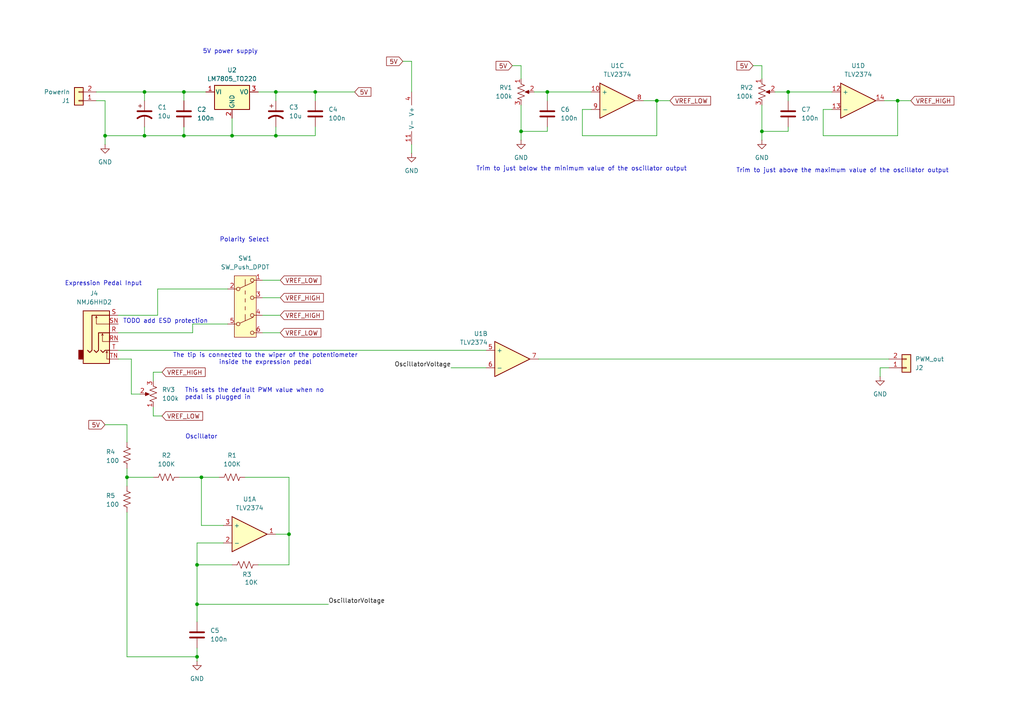
<source format=kicad_sch>
(kicad_sch (version 20231120) (generator "eeschema") (generator_version "8.0")
  (paper "A4")
  (lib_symbols
    (symbol "Connector_Audio:NMJ6HHD2"
      (property "Reference" "J" (at 0 11.43 0))
      (property "Value" "NMJ6HHD2" (at 0 8.89 0))
      (symbol "NMJ6HHD2_0_1"
        (rectangle (start -5.08 -5.08) (end -6.35 -7.62) (stroke (width 0.254)) (fill (type outline)))
        (polyline (pts (xy -1.27 4.826) (xy -1.016 4.318)))
        (polyline (pts (xy 0.508 -0.254) (xy 0.762 -0.762)))
        (polyline (pts (xy 1.778 -5.334) (xy 2.032 -5.842)))
        (polyline (pts (xy 0 -5.08) (xy 0.635 -5.715) (xy 1.27 -5.08) (xy 2.54 -5.08)) (stroke (width 0.254)))
        (polyline (pts (xy 2.54 -7.62) (xy 1.778 -7.62) (xy 1.778 -5.334) (xy 1.524 -5.842)))
        (polyline (pts (xy 2.54 -2.54) (xy 0.508 -2.54) (xy 0.508 -0.254) (xy 0.254 -0.762)))
        (polyline (pts (xy 2.54 2.54) (xy -1.27 2.54) (xy -1.27 4.826) (xy -1.524 4.318)))
        (polyline (pts (xy -1.905 -5.08) (xy -1.27 -5.715) (xy -0.635 -5.08) (xy -0.635 0) (xy 2.54 0)) (stroke (width 0.254)))
        (polyline (pts (xy 2.54 5.08) (xy -2.54 5.08) (xy -2.54 -5.08) (xy -3.175 -5.715) (xy -3.81 -5.08)) (stroke (width 0.254)))
        (rectangle (start 2.54 6.35) (end -5.08 -8.89) (stroke (width 0.254)) (fill (type background)))
      )
      (symbol "NMJ6HHD2_1_1"
        (pin passive line (at 5.08 0 180) (length 2.54) (name "~") (number "R"))
        (pin passive line (at 5.08 -2.54 180) (length 2.54) (name "~") (number "RN"))
        (pin passive line (at 5.08 5.08 180) (length 2.54) (name "~") (number "S"))
        (pin passive line (at 5.08 2.54 180) (length 2.54) (name "~") (number "SN"))
        (pin passive line (at 5.08 -5.08 180) (length 2.54) (name "~") (number "T"))
        (pin passive line (at 5.08 -7.62 180) (length 2.54) (name "~") (number "TN"))
      )
    )
    (symbol "Connector_Generic:Conn_01x02" (pin_names (offset 1.016) hide)
      (property "Reference" "J" (at 0 2.54 0))
      (property "Value" "Conn_01x02" (at 0 -5.08 0))
      (symbol "Conn_01x02_1_1"
        (rectangle (start -1.27 -2.413) (end 0 -2.667) (stroke (width 0.1524)))
        (rectangle (start -1.27 0.127) (end 0 -0.127) (stroke (width 0.1524)))
        (rectangle (start -1.27 1.27) (end 1.27 -3.81) (stroke (width 0.254)) (fill (type background)))
        (pin passive line (at -5.08 0 0) (length 3.81) (name "Pin_1") (number "1"))
        (pin passive line (at -5.08 -2.54 0) (length 3.81) (name "Pin_2") (number "2"))
      )
    )
    (symbol "Device:C" (pin_numbers hide) (pin_names (offset 0.254))
      (property "Reference" "C" (at 0.635 2.54 0))
      (property "Value" "C" (at 0.635 -2.54 0))
      (symbol "C_0_1"
        (polyline (pts (xy -2.032 -0.762) (xy 2.032 -0.762)) (stroke (width 0.508)))
        (polyline (pts (xy -2.032 0.762) (xy 2.032 0.762)) (stroke (width 0.508)))
      )
      (symbol "C_1_1"
        (pin passive line (at 0 3.81 270) (length 2.794) (name "~") (number "1"))
        (pin passive line (at 0 -3.81 90) (length 2.794) (name "~") (number "2"))
      )
    )
    (symbol "Device:C_Polarized_US" (pin_numbers hide) (pin_names (offset 0.254) hide)
      (property "Reference" "C" (at 0.635 2.54 0))
      (property "Value" "C_Polarized_US" (at 0.635 -2.54 0))
      (symbol "C_Polarized_US_0_1"
        (polyline (pts (xy -2.032 0.762) (xy 2.032 0.762)) (stroke (width 0.508)))
        (polyline (pts (xy -1.778 2.286) (xy -0.762 2.286)))
        (polyline (pts (xy -1.27 1.778) (xy -1.27 2.794)))
        (arc (start 2.032 -1.27) (mid 0 -0.5572) (end -2.032 -1.27) (stroke (width 0.508)))
      )
      (symbol "C_Polarized_US_1_1"
        (pin passive line (at 0 3.81 270) (length 2.794) (name "~") (number "1"))
        (pin passive line (at 0 -3.81 90) (length 3.302) (name "~") (number "2"))
      )
    )
    (symbol "Device:Opamp_Quad"
      (property "Reference" "U" (at 0 5.08 0))
      (property "Value" "Opamp_Quad" (at 0 -5.08 0))
      (symbol "Opamp_Quad_1_1"
        (polyline (pts (xy -5.08 5.08) (xy 5.08 0) (xy -5.08 -5.08) (xy -5.08 5.08)) (stroke (width 0.254)) (fill (type background)))
        (pin output line (at 7.62 0 180) (length 2.54) (name "~") (number "1"))
        (pin input line (at -7.62 -2.54 0) (length 2.54) (name "-") (number "2"))
        (pin input line (at -7.62 2.54 0) (length 2.54) (name "+") (number "3"))
      )
      (symbol "Opamp_Quad_2_1"
        (polyline (pts (xy -5.08 5.08) (xy 5.08 0) (xy -5.08 -5.08) (xy -5.08 5.08)) (stroke (width 0.254)) (fill (type background)))
        (pin input line (at -7.62 2.54 0) (length 2.54) (name "+") (number "5"))
        (pin input line (at -7.62 -2.54 0) (length 2.54) (name "-") (number "6"))
        (pin output line (at 7.62 0 180) (length 2.54) (name "~") (number "7"))
      )
      (symbol "Opamp_Quad_3_1"
        (polyline (pts (xy -5.08 5.08) (xy 5.08 0) (xy -5.08 -5.08) (xy -5.08 5.08)) (stroke (width 0.254)) (fill (type background)))
        (pin input line (at -7.62 2.54 0) (length 2.54) (name "+") (number "10"))
        (pin output line (at 7.62 0 180) (length 2.54) (name "~") (number "8"))
        (pin input line (at -7.62 -2.54 0) (length 2.54) (name "-") (number "9"))
      )
      (symbol "Opamp_Quad_4_1"
        (polyline (pts (xy -5.08 5.08) (xy 5.08 0) (xy -5.08 -5.08) (xy -5.08 5.08)) (stroke (width 0.254)) (fill (type background)))
        (pin input line (at -7.62 2.54 0) (length 2.54) (name "+") (number "12"))
        (pin input line (at -7.62 -2.54 0) (length 2.54) (name "-") (number "13"))
        (pin output line (at 7.62 0 180) (length 2.54) (name "~") (number "14"))
      )
      (symbol "Opamp_Quad_5_1"
        (pin power_in line (at -2.54 -7.62 90) (length 3.81) (name "V-") (number "11"))
        (pin power_in line (at -2.54 7.62 270) (length 3.81) (name "V+") (number "4"))
      )
    )
    (symbol "Device:R_Potentiometer_US" (pin_names (offset 1.016) hide)
      (property "Reference" "RV" (at -4.445 0 90))
      (property "Value" "R_Potentiometer_US" (at -2.54 0 90))
      (symbol "R_Potentiometer_US_0_1"
        (polyline (pts (xy 0 -2.286) (xy 0 -2.54)))
        (polyline (pts (xy 0 2.54) (xy 0 2.286)))
        (polyline (pts (xy 2.54 0) (xy 1.524 0)))
        (polyline (pts (xy 1.143 0) (xy 2.286 0.508) (xy 2.286 -0.508) (xy 1.143 0)) (fill (type outline)))
        (polyline (pts (xy 0 -0.762) (xy 1.016 -1.143) (xy 0 -1.524) (xy -1.016 -1.905) (xy 0 -2.286)))
        (polyline (pts (xy 0 0.762) (xy 1.016 0.381) (xy 0 0) (xy -1.016 -0.381) (xy 0 -0.762)))
        (polyline (pts (xy 0 2.286) (xy 1.016 1.905) (xy 0 1.524) (xy -1.016 1.143) (xy 0 0.762)))
      )
      (symbol "R_Potentiometer_US_1_1"
        (pin passive line (at 0 3.81 270) (length 1.27) (name "1") (number "1"))
        (pin passive line (at 3.81 0 180) (length 1.27) (name "2") (number "2"))
        (pin passive line (at 0 -3.81 90) (length 1.27) (name "3") (number "3"))
      )
    )
    (symbol "Device:R_US" (pin_numbers hide) (pin_names (offset 0))
      (property "Reference" "R" (at 2.54 0 90))
      (property "Value" "R_US" (at -2.54 0 90))
      (symbol "R_US_0_1"
        (polyline (pts (xy 0 -2.286) (xy 0 -2.54)))
        (polyline (pts (xy 0 2.286) (xy 0 2.54)))
        (polyline (pts (xy 0 -0.762) (xy 1.016 -1.143) (xy 0 -1.524) (xy -1.016 -1.905) (xy 0 -2.286)))
        (polyline (pts (xy 0 0.762) (xy 1.016 0.381) (xy 0 0) (xy -1.016 -0.381) (xy 0 -0.762)))
        (polyline (pts (xy 0 2.286) (xy 1.016 1.905) (xy 0 1.524) (xy -1.016 1.143) (xy 0 0.762)))
      )
      (symbol "R_US_1_1"
        (pin passive line (at 0 3.81 270) (length 1.27) (name "~") (number "1"))
        (pin passive line (at 0 -3.81 90) (length 1.27) (name "~") (number "2"))
      )
    )
    (symbol "Regulator_Linear:LM7805_TO220" (pin_names (offset 0.254))
      (property "Reference" "U" (at -3.81 3.175 0))
      (property "Value" "LM7805_TO220" (at 0 3.175 0))
      (symbol "LM7805_TO220_0_1"
        (rectangle (start -5.08 1.905) (end 5.08 -5.08) (stroke (width 0.254)) (fill (type background)))
      )
      (symbol "LM7805_TO220_1_1"
        (pin power_in line (at -7.62 0 0) (length 2.54) (name "VI") (number "1"))
        (pin power_in line (at 0 -7.62 90) (length 2.54) (name "GND") (number "2"))
        (pin power_out line (at 7.62 0 180) (length 2.54) (name "VO") (number "3"))
      )
    )
    (symbol "Switch:SW_Push_DPDT" (pin_names (offset 0) hide)
      (property "Reference" "SW" (at 0 10.16 0))
      (property "Value" "SW_Push_DPDT" (at 0 -10.16 0))
      (symbol "SW_Push_DPDT_0_0"
        (circle (center -2.032 -5.08) (radius 0.508))
        (circle (center -2.032 5.08) (radius 0.508))
        (circle (center 2.032 -7.62) (radius 0.508))
        (circle (center 2.032 2.54) (radius 0.508))
      )
      (symbol "SW_Push_DPDT_0_1"
        (polyline (pts (xy -1.524 -4.826) (xy 2.3368 -3.0988)))
        (polyline (pts (xy -1.524 5.334) (xy 2.3368 7.0612)))
        (polyline (pts (xy 0 -2.286) (xy 0 -4.064)))
        (polyline (pts (xy 0 -1.016) (xy 0 0)))
        (polyline (pts (xy 0 1.27) (xy 0 2.286)))
        (polyline (pts (xy 0 3.556) (xy 0 4.572)))
        (polyline (pts (xy 0 7.874) (xy 0 6.096)))
        (circle (center 2.032 -2.54) (radius 0.508))
        (circle (center 2.032 7.62) (radius 0.508))
      )
      (symbol "SW_Push_DPDT_1_1"
        (rectangle (start -3.175 8.89) (end 3.175 -8.89) (fill (type background)))
        (pin passive line (at 5.08 7.62 180) (length 2.54) (name "A") (number "1"))
        (pin passive line (at -5.08 5.08 0) (length 2.54) (name "B") (number "2"))
        (pin passive line (at 5.08 2.54 180) (length 2.54) (name "C") (number "3"))
        (pin passive line (at 5.08 -2.54 180) (length 2.54) (name "A") (number "4"))
        (pin passive line (at -5.08 -5.08 0) (length 2.54) (name "B") (number "5"))
        (pin passive line (at 5.08 -7.62 180) (length 2.54) (name "C") (number "6"))
      )
    )
    (symbol "power:GND" (power) (pin_numbers hide) (pin_names (offset 0) hide)
      (property "Value" "GND" (at 0 -3.81 0))
      (symbol "GND_0_1"
        (polyline (pts (xy 0 0) (xy 0 -1.27) (xy 1.27 -1.27) (xy 0 -2.54) (xy -1.27 -1.27) (xy 0 -1.27)))
      )
      (symbol "GND_1_1"
        (pin power_in line (at 0 0 270) (length 0) (name "~") (number "1"))
      )
    )
  )
  (junction (at 67.31 39.37))
  (junction (at 57.15 175.26))
  (junction (at 80.01 26.67))
  (junction (at 190.5 29.21))
  (junction (at 220.98 38.1))
  (junction (at 53.34 26.67))
  (junction (at 53.34 39.37))
  (junction (at 158.75 26.67))
  (junction (at 57.15 190.5))
  (junction (at 80.01 39.37))
  (junction (at 260.35 29.21))
  (junction (at 41.91 26.67))
  (junction (at 151.13 38.1))
  (junction (at 58.42 138.43))
  (junction (at 30.48 39.37))
  (junction (at 228.6 26.67))
  (junction (at 36.83 138.43))
  (junction (at 57.15 163.83))
  (junction (at 83.82 154.94))
  (junction (at 91.44 26.67))
  (junction (at 41.91 39.37))
  (wire (pts (xy 57.15 190.5) (xy 57.15 191.77)))
  (wire (pts (xy 36.83 128.27) (xy 36.83 123.19)))
  (wire (pts (xy 67.31 34.29) (xy 67.31 39.37)))
  (wire (pts (xy 260.35 29.21) (xy 264.16 29.21)))
  (wire (pts (xy 186.69 29.21) (xy 190.5 29.21)))
  (wire (pts (xy 76.2 91.44) (xy 81.28 91.44)))
  (wire (pts (xy 38.1 104.14) (xy 38.1 114.3)))
  (wire (pts (xy 36.83 148.59) (xy 36.83 190.5)))
  (wire (pts (xy 154.94 26.67) (xy 158.75 26.67)))
  (wire (pts (xy 57.15 187.96) (xy 57.15 190.5)))
  (wire (pts (xy 151.13 38.1) (xy 151.13 40.64)))
  (wire (pts (xy 220.98 19.05) (xy 220.98 22.86)))
  (wire (pts (xy 260.35 39.37) (xy 260.35 29.21)))
  (wire (pts (xy 119.38 41.91) (xy 119.38 44.45)))
  (wire (pts (xy 255.27 106.68) (xy 257.81 106.68)))
  (wire (pts (xy 220.98 38.1) (xy 228.6 38.1)))
  (wire (pts (xy 158.75 36.83) (xy 158.75 38.1)))
  (wire (pts (xy 80.01 26.67) (xy 80.01 29.21)))
  (wire (pts (xy 76.2 96.52) (xy 81.28 96.52)))
  (wire (pts (xy 171.45 31.75) (xy 168.91 31.75)))
  (wire (pts (xy 74.93 163.83) (xy 83.82 163.83)))
  (wire (pts (xy 91.44 26.67) (xy 91.44 29.21)))
  (wire (pts (xy 36.83 138.43) (xy 36.83 140.97)))
  (wire (pts (xy 67.31 39.37) (xy 80.01 39.37)))
  (wire (pts (xy 44.45 118.11) (xy 44.45 120.65)))
  (wire (pts (xy 80.01 39.37) (xy 91.44 39.37)))
  (wire (pts (xy 91.44 26.67) (xy 102.87 26.67)))
  (wire (pts (xy 228.6 36.83) (xy 228.6 38.1)))
  (wire (pts (xy 64.77 152.4) (xy 58.42 152.4)))
  (wire (pts (xy 76.2 86.36) (xy 81.28 86.36)))
  (wire (pts (xy 34.29 101.6) (xy 140.97 101.6)))
  (wire (pts (xy 44.45 110.49) (xy 44.45 107.95)))
  (wire (pts (xy 45.72 91.44) (xy 45.72 83.82)))
  (wire (pts (xy 119.38 17.78) (xy 119.38 26.67)))
  (wire (pts (xy 228.6 26.67) (xy 241.3 26.67)))
  (wire (pts (xy 80.01 36.83) (xy 80.01 39.37)))
  (wire (pts (xy 52.07 138.43) (xy 58.42 138.43)))
  (wire (pts (xy 30.48 39.37) (xy 41.91 39.37)))
  (wire (pts (xy 83.82 163.83) (xy 83.82 154.94)))
  (wire (pts (xy 71.12 138.43) (xy 83.82 138.43)))
  (wire (pts (xy 228.6 26.67) (xy 228.6 29.21)))
  (wire (pts (xy 91.44 36.83) (xy 91.44 39.37)))
  (wire (pts (xy 151.13 38.1) (xy 158.75 38.1)))
  (wire (pts (xy 238.76 31.75) (xy 238.76 39.37)))
  (wire (pts (xy 238.76 39.37) (xy 260.35 39.37)))
  (wire (pts (xy 80.01 26.67) (xy 91.44 26.67)))
  (wire (pts (xy 241.3 31.75) (xy 238.76 31.75)))
  (wire (pts (xy 41.91 36.83) (xy 41.91 39.37)))
  (wire (pts (xy 44.45 107.95) (xy 46.99 107.95)))
  (wire (pts (xy 57.15 157.48) (xy 64.77 157.48)))
  (wire (pts (xy 58.42 152.4) (xy 58.42 138.43)))
  (wire (pts (xy 44.45 120.65) (xy 46.99 120.65)))
  (wire (pts (xy 260.35 29.21) (xy 256.54 29.21)))
  (wire (pts (xy 30.48 39.37) (xy 30.48 41.91)))
  (wire (pts (xy 220.98 38.1) (xy 220.98 40.64)))
  (wire (pts (xy 36.83 190.5) (xy 57.15 190.5)))
  (wire (pts (xy 55.88 93.98) (xy 66.04 93.98)))
  (wire (pts (xy 57.15 163.83) (xy 67.31 163.83)))
  (wire (pts (xy 57.15 175.26) (xy 57.15 163.83)))
  (wire (pts (xy 168.91 39.37) (xy 190.5 39.37)))
  (wire (pts (xy 83.82 138.43) (xy 83.82 154.94)))
  (wire (pts (xy 151.13 19.05) (xy 151.13 22.86)))
  (wire (pts (xy 27.94 29.21) (xy 30.48 29.21)))
  (wire (pts (xy 218.44 19.05) (xy 220.98 19.05)))
  (wire (pts (xy 34.29 96.52) (xy 55.88 96.52)))
  (wire (pts (xy 83.82 154.94) (xy 80.01 154.94)))
  (wire (pts (xy 158.75 26.67) (xy 158.75 29.21)))
  (wire (pts (xy 41.91 26.67) (xy 53.34 26.67)))
  (wire (pts (xy 41.91 39.37) (xy 53.34 39.37)))
  (wire (pts (xy 38.1 114.3) (xy 40.64 114.3)))
  (wire (pts (xy 34.29 104.14) (xy 38.1 104.14)))
  (wire (pts (xy 34.29 91.44) (xy 45.72 91.44)))
  (wire (pts (xy 130.81 106.68) (xy 140.97 106.68)))
  (wire (pts (xy 190.5 29.21) (xy 194.31 29.21)))
  (wire (pts (xy 57.15 163.83) (xy 57.15 157.48)))
  (wire (pts (xy 30.48 123.19) (xy 36.83 123.19)))
  (wire (pts (xy 148.59 19.05) (xy 151.13 19.05)))
  (wire (pts (xy 74.93 26.67) (xy 80.01 26.67)))
  (wire (pts (xy 36.83 138.43) (xy 44.45 138.43)))
  (wire (pts (xy 53.34 39.37) (xy 67.31 39.37)))
  (wire (pts (xy 45.72 83.82) (xy 66.04 83.82)))
  (wire (pts (xy 58.42 138.43) (xy 63.5 138.43)))
  (wire (pts (xy 53.34 26.67) (xy 59.69 26.67)))
  (wire (pts (xy 30.48 29.21) (xy 30.48 39.37)))
  (wire (pts (xy 53.34 26.67) (xy 53.34 29.21)))
  (wire (pts (xy 156.21 104.14) (xy 257.81 104.14)))
  (wire (pts (xy 57.15 175.26) (xy 95.25 175.26)))
  (wire (pts (xy 76.2 81.28) (xy 81.28 81.28)))
  (wire (pts (xy 55.88 96.52) (xy 55.88 93.98)))
  (wire (pts (xy 151.13 30.48) (xy 151.13 38.1)))
  (wire (pts (xy 220.98 30.48) (xy 220.98 38.1)))
  (wire (pts (xy 53.34 36.83) (xy 53.34 39.37)))
  (wire (pts (xy 57.15 180.34) (xy 57.15 175.26)))
  (wire (pts (xy 36.83 138.43) (xy 36.83 135.89)))
  (wire (pts (xy 190.5 39.37) (xy 190.5 29.21)))
  (wire (pts (xy 116.84 17.78) (xy 119.38 17.78)))
  (wire (pts (xy 41.91 26.67) (xy 41.91 29.21)))
  (wire (pts (xy 27.94 26.67) (xy 41.91 26.67)))
  (wire (pts (xy 168.91 31.75) (xy 168.91 39.37)))
  (wire (pts (xy 224.79 26.67) (xy 228.6 26.67)))
  (wire (pts (xy 158.75 26.67) (xy 171.45 26.67)))
  (wire (pts (xy 255.27 106.68) (xy 255.27 109.22)))
  (text "The tip is connected to the wiper of the potentiometer\ninside the expression pedal\n" (at 76.962 104.14 0) (effects (font (size 1.27 1.27))))
  (text "TODO add ESD protection\n" (at 48.006 93.218 0) (effects (font (size 1.27 1.27))))
  (text "This sets the default PWM value when no\npedal is plugged in" (at 53.594 114.3 0) (effects (font (size 1.27 1.27)) (justify left)))
  (text "5V power supply" (at 66.802 14.986 0) (effects (font (size 1.27 1.27))))
  (text "Oscillator" (at 58.42 126.746 0) (effects (font (size 1.27 1.27))))
  (text "Expression Pedal Input\n" (at 29.972 82.296 0) (effects (font (size 1.27 1.27))))
  (text "Trim to just above the maximum value of the oscillator output\n" (at 244.348 49.53 0) (effects (font (size 1.27 1.27))))
  (text "Trim to just below the minimum value of the oscillator output\n" (at 168.656 49.022 0) (effects (font (size 1.27 1.27))))
  (text "Polarity Select" (at 70.866 69.596 0) (effects (font (size 1.27 1.27))))
  (label "OscillatorVoltage" (at 130.81 106.68 180))
  (label "OscillatorVoltage" (at 95.25 175.26 0))
  (global_label "5V" (shape input) (at 116.84 17.78 180) (property "Intersheetrefs" "${INTERSHEET_REFS}" (effects (hide yes))))
  (global_label "VREF_HIGH" (shape input) (at 46.99 107.95 0) (property "Intersheetrefs" "${INTERSHEET_REFS}" (effects (hide yes))))
  (global_label "VREF_HIGH" (shape input) (at 264.16 29.21 0) (property "Intersheetrefs" "${INTERSHEET_REFS}" (effects (hide yes))))
  (global_label "5V" (shape input) (at 218.44 19.05 180) (property "Intersheetrefs" "${INTERSHEET_REFS}" (effects (hide yes))))
  (global_label "VREF_HIGH" (shape input) (at 81.28 86.36 0) (property "Intersheetrefs" "${INTERSHEET_REFS}" (effects (hide yes))))
  (global_label "VREF_LOW" (shape input) (at 194.31 29.21 0) (property "Intersheetrefs" "${INTERSHEET_REFS}" (effects (hide yes))))
  (global_label "VREF_LOW" (shape input) (at 81.28 96.52 0) (property "Intersheetrefs" "${INTERSHEET_REFS}" (effects (hide yes))))
  (global_label "5V" (shape input) (at 148.59 19.05 180) (property "Intersheetrefs" "${INTERSHEET_REFS}" (effects (hide yes))))
  (global_label "5V" (shape input) (at 102.87 26.67 0) (property "Intersheetrefs" "${INTERSHEET_REFS}" (effects (hide yes))))
  (global_label "5V" (shape input) (at 30.48 123.19 180) (property "Intersheetrefs" "${INTERSHEET_REFS}" (effects (hide yes))))
  (global_label "VREF_HIGH" (shape input) (at 81.28 91.44 0) (property "Intersheetrefs" "${INTERSHEET_REFS}" (effects (hide yes))))
  (global_label "VREF_LOW" (shape input) (at 81.28 81.28 0) (property "Intersheetrefs" "${INTERSHEET_REFS}" (effects (hide yes))))
  (global_label "VREF_LOW" (shape input) (at 46.99 120.65 0) (property "Intersheetrefs" "${INTERSHEET_REFS}" (effects (hide yes))))
  (symbol (lib_id "Device:R_US") (at 36.83 132.08 180) (unit 1)
    (property "Reference" "R4" (at 30.734 131.064 0) (effects (justify right)))
    (property "Value" "100" (at 30.734 133.604 0) (effects (justify right)))
    (property "Footprint" "Resistor_SMD:R_0603_1608Metric_Pad0.98x0.95mm_HandSolder" (effects (hide yes)))
    (property "Description" "Resistor, US symbol" (effects (hide yes)))
  )
  (symbol (lib_id "Device:R_US") (at 67.31 138.43 90) (unit 1)
    (property "Reference" "R1" (at 67.31 132.08 90))
    (property "Value" "100K" (at 67.31 134.62 90))
    (property "Footprint" "Resistor_SMD:R_0603_1608Metric_Pad0.98x0.95mm_HandSolder" (effects (hide yes)))
    (property "Description" "Resistor, US symbol" (effects (hide yes)))
  )
  (symbol (lib_id "Connector_Generic:Conn_01x02") (at 22.86 29.21 180) (unit 1)
    (property "Reference" "J1" (at 20.32 29.2101 0) (effects (justify left)))
    (property "Value" "PowerIn" (at 20.32 26.6701 0) (effects (justify left)))
    (property "Footprint" "Connector_PinHeader_2.54mm:PinHeader_1x02_P2.54mm_Vertical" (effects (hide yes)))
    (property "Description" "Generic connector, single row, 01x02, script generated (kicad-library-utils/schlib/autogen/connector/)" (effects (hide yes)))
  )
  (symbol (lib_id "power:GND") (at 151.13 40.64 0) (unit 1)
    (property "Reference" "#PWR02" (effects (hide yes)))
    (property "Value" "GND" (at 151.13 45.72 0))
    (property "Description" "Power symbol creates a global label with name \"GND\" , ground" (effects (hide yes)))
  )
  (symbol (lib_id "power:GND") (at 220.98 40.64 0) (unit 1)
    (property "Reference" "#PWR04" (effects (hide yes)))
    (property "Value" "GND" (at 220.98 45.72 0))
    (property "Description" "Power symbol creates a global label with name \"GND\" , ground" (effects (hide yes)))
  )
  (symbol (lib_id "power:GND") (at 255.27 109.22 0) (unit 1)
    (property "Reference" "#PWR06" (effects (hide yes)))
    (property "Value" "GND" (at 255.27 114.3 0))
    (property "Description" "Power symbol creates a global label with name \"GND\" , ground" (effects (hide yes)))
  )
  (symbol (lib_id "Device:R_US") (at 48.26 138.43 90) (unit 1)
    (property "Reference" "R2" (at 48.26 132.08 90))
    (property "Value" "100K" (at 48.26 134.62 90))
    (property "Footprint" "Resistor_SMD:R_0603_1608Metric_Pad0.98x0.95mm_HandSolder" (effects (hide yes)))
    (property "Description" "Resistor, US symbol" (effects (hide yes)))
  )
  (symbol (lib_id "Device:R_Potentiometer_US") (at 220.98 26.67 0) (unit 1)
    (property "Reference" "RV2" (at 218.44 25.3999 0) (effects (justify right)))
    (property "Value" "100k" (at 218.44 27.9399 0) (effects (justify right)))
    (property "Footprint" "Potentiometer_THT:Potentiometer_Bourns_3296W_Vertical" (effects (hide yes)))
    (property "Description" "Potentiometer, US symbol" (effects (hide yes)))
  )
  (symbol (lib_id "Device:R_Potentiometer_US") (at 151.13 26.67 0) (unit 1)
    (property "Reference" "RV1" (at 148.59 25.3999 0) (effects (justify right)))
    (property "Value" "100k" (at 148.59 27.9399 0) (effects (justify right)))
    (property "Footprint" "Potentiometer_THT:Potentiometer_Bourns_3296W_Vertical" (effects (hide yes)))
    (property "Description" "Potentiometer, US symbol" (effects (hide yes)))
  )
  (symbol (lib_id "Connector_Generic:Conn_01x02") (at 262.89 106.68 0) (mirror x) (unit 1)
    (property "Reference" "J2" (at 265.43 106.6801 0) (effects (justify left)))
    (property "Value" "PWM_out" (at 265.43 104.1401 0) (effects (justify left)))
    (property "Footprint" "Connector_PinHeader_2.54mm:PinHeader_1x02_P2.54mm_Vertical" (effects (hide yes)))
    (property "Description" "Generic connector, single row, 01x02, script generated (kicad-library-utils/schlib/autogen/connector/)" (effects (hide yes)))
  )
  (symbol (lib_id "Device:Opamp_Quad") (at 121.92 34.29 0) (unit 5)
    (property "Reference" "U1" (effects (hide yes)))
    (property "Value" "TLV2374" (effects (hide yes)))
    (property "Footprint" "Package_SO:SOIC-14_3.9x8.7mm_P1.27mm" (effects (hide yes)))
    (property "Description" "Quad operational amplifier" (effects (hide yes)))
    (property "Sim.Library" "${KICAD7_SYMBOL_DIR}/Simulation_SPICE.sp" (effects (hide yes)))
    (property "Sim.Name" "kicad_builtin_opamp_quad" (effects (hide yes)))
    (property "Sim.Device" "SUBCKT" (effects (hide yes)))
    (property "Sim.Pins" "1=out1 2=in1- 3=in1+ 4=vcc 5=in2+ 6=in2- 7=out2 8=out3 9=in3- 10=in3+ 11=vee 12=in4+ 13=in4- 14=out4" (effects (hide yes)))
  )
  (symbol (lib_id "Connector_Audio:NMJ6HHD2") (at 29.21 96.52 0) (unit 1)
    (property "Reference" "J4" (at 27.305 85.09 0))
    (property "Value" "NMJ6HHD2" (at 27.305 87.63 0))
    (property "Footprint" "Connector_Audio:Jack_6.35mm_Neutrik_NMJ6HHD2_Horizontal" (effects (hide yes)))
    (property "Datasheet" "https://www.neutrik.com/en/product/nmj6hhd2" (effects (hide yes)))
    (property "Description" "M Series, 6.35mm (1/4in) stereo jack, switched, with half threaded nose and offset PCB pins" (effects (hide yes)))
  )
  (symbol (lib_id "Device:Opamp_Quad") (at 179.07 29.21 0) (unit 3)
    (property "Reference" "U1" (at 179.07 19.05 0))
    (property "Value" "TLV2374" (at 179.07 21.59 0))
    (property "Footprint" "Package_SO:SOIC-14_3.9x8.7mm_P1.27mm" (effects (hide yes)))
    (property "Description" "Quad operational amplifier" (effects (hide yes)))
    (property "Sim.Library" "${KICAD7_SYMBOL_DIR}/Simulation_SPICE.sp" (effects (hide yes)))
    (property "Sim.Name" "kicad_builtin_opamp_quad" (effects (hide yes)))
    (property "Sim.Device" "SUBCKT" (effects (hide yes)))
    (property "Sim.Pins" "1=out1 2=in1- 3=in1+ 4=vcc 5=in2+ 6=in2- 7=out2 8=out3 9=in3- 10=in3+ 11=vee 12=in4+ 13=in4- 14=out4" (effects (hide yes)))
  )
  (symbol (lib_id "power:GND") (at 119.38 44.45 0) (unit 1)
    (property "Reference" "#PWR05" (effects (hide yes)))
    (property "Value" "GND" (at 119.38 49.53 0))
    (property "Description" "Power symbol creates a global label with name \"GND\" , ground" (effects (hide yes)))
  )
  (symbol (lib_id "Device:C") (at 158.75 33.02 0) (unit 1)
    (property "Reference" "C6" (at 162.56 31.7499 0) (effects (justify left)))
    (property "Value" "100n" (at 162.56 34.2899 0) (effects (justify left)))
    (property "Footprint" "Capacitor_SMD:C_0603_1608Metric_Pad1.08x0.95mm_HandSolder" (effects (hide yes)))
    (property "Description" "Unpolarized capacitor" (effects (hide yes)))
  )
  (symbol (lib_id "Device:R_US") (at 71.12 163.83 270) (unit 1)
    (property "Reference" "R3" (at 71.628 166.624 90))
    (property "Value" "10K" (at 72.898 168.91 90))
    (property "Footprint" "Resistor_SMD:R_0603_1608Metric_Pad0.98x0.95mm_HandSolder" (effects (hide yes)))
    (property "Description" "Resistor, US symbol" (effects (hide yes)))
  )
  (symbol (lib_id "Device:C") (at 53.34 33.02 0) (unit 1)
    (property "Reference" "C2" (at 57.15 31.7499 0) (effects (justify left)))
    (property "Value" "100n" (at 57.15 34.2899 0) (effects (justify left)))
    (property "Footprint" "Capacitor_SMD:C_0603_1608Metric_Pad1.08x0.95mm_HandSolder" (effects (hide yes)))
    (property "Description" "Unpolarized capacitor" (effects (hide yes)))
  )
  (symbol (lib_id "Device:C_Polarized_US") (at 41.91 33.02 0) (unit 1)
    (property "Reference" "C1" (at 45.72 31.1149 0) (effects (justify left)))
    (property "Value" "10u" (at 45.72 33.6549 0) (effects (justify left)))
    (property "Footprint" "Capacitor_THT:CP_Radial_D10.0mm_P5.00mm" (effects (hide yes)))
    (property "Description" "Polarized capacitor, US symbol" (effects (hide yes)))
  )
  (symbol (lib_id "power:GND") (at 57.15 191.77 0) (unit 1)
    (property "Reference" "#PWR01" (effects (hide yes)))
    (property "Value" "GND" (at 57.15 196.85 0))
    (property "Description" "Power symbol creates a global label with name \"GND\" , ground" (effects (hide yes)))
  )
  (symbol (lib_id "Switch:SW_Push_DPDT") (at 71.12 88.9 0) (unit 1)
    (property "Reference" "SW1" (at 71.12 74.93 0))
    (property "Value" "SW_Push_DPDT" (at 71.12 77.47 0))
    (property "Footprint" "Button_Switch_THT:SW_E-Switch_EG2219_DPDT_Angled" (effects (hide yes)))
    (property "Description" "Momentary Switch, dual pole double throw" (effects (hide yes)))
  )
  (symbol (lib_id "Device:R_Potentiometer_US") (at 44.45 114.3 180) (unit 1)
    (property "Reference" "RV3" (at 46.99 113.0299 0) (effects (justify right)))
    (property "Value" "100k" (at 46.99 115.5699 0) (effects (justify right)))
    (property "Footprint" "Potentiometer_THT:Potentiometer_Bourns_3296W_Vertical" (effects (hide yes)))
    (property "Description" "Potentiometer, US symbol" (effects (hide yes)))
  )
  (symbol (lib_id "Device:C_Polarized_US") (at 80.01 33.02 0) (unit 1)
    (property "Reference" "C3" (at 83.82 31.1149 0) (effects (justify left)))
    (property "Value" "10u" (at 83.82 33.6549 0) (effects (justify left)))
    (property "Footprint" "Capacitor_THT:CP_Radial_D10.0mm_P5.00mm" (effects (hide yes)))
    (property "Description" "Polarized capacitor, US symbol" (effects (hide yes)))
  )
  (symbol (lib_id "Device:C") (at 91.44 33.02 0) (unit 1)
    (property "Reference" "C4" (at 95.25 31.7499 0) (effects (justify left)))
    (property "Value" "100n" (at 95.25 34.2899 0) (effects (justify left)))
    (property "Footprint" "Capacitor_SMD:C_0603_1608Metric_Pad1.08x0.95mm_HandSolder" (effects (hide yes)))
    (property "Description" "Unpolarized capacitor" (effects (hide yes)))
  )
  (symbol (lib_id "Device:Opamp_Quad") (at 72.39 154.94 0) (unit 1)
    (property "Reference" "U1" (at 72.39 144.78 0))
    (property "Value" "TLV2374" (at 72.39 147.32 0))
    (property "Footprint" "Package_SO:SOIC-14_3.9x8.7mm_P1.27mm" (effects (hide yes)))
    (property "Description" "Quad operational amplifier" (effects (hide yes)))
    (property "Sim.Library" "${KICAD7_SYMBOL_DIR}/Simulation_SPICE.sp" (effects (hide yes)))
    (property "Sim.Name" "kicad_builtin_opamp_quad" (effects (hide yes)))
    (property "Sim.Device" "SUBCKT" (effects (hide yes)))
    (property "Sim.Pins" "1=out1 2=in1- 3=in1+ 4=vcc 5=in2+ 6=in2- 7=out2 8=out3 9=in3- 10=in3+ 11=vee 12=in4+ 13=in4- 14=out4" (effects (hide yes)))
  )
  (symbol (lib_id "Device:C") (at 228.6 33.02 0) (unit 1)
    (property "Reference" "C7" (at 232.41 31.7499 0) (effects (justify left)))
    (property "Value" "100n" (at 232.41 34.2899 0) (effects (justify left)))
    (property "Footprint" "Capacitor_SMD:C_0603_1608Metric_Pad1.08x0.95mm_HandSolder" (effects (hide yes)))
    (property "Description" "Unpolarized capacitor" (effects (hide yes)))
  )
  (symbol (lib_id "power:GND") (at 30.48 41.91 0) (unit 1)
    (property "Reference" "#PWR03" (effects (hide yes)))
    (property "Value" "GND" (at 30.48 46.99 0))
    (property "Description" "Power symbol creates a global label with name \"GND\" , ground" (effects (hide yes)))
  )
  (symbol (lib_id "Device:Opamp_Quad") (at 148.59 104.14 0) (unit 2)
    (property "Reference" "U1" (at 139.446 96.774 0))
    (property "Value" "TLV2374" (at 137.414 99.314 0))
    (property "Footprint" "Package_SO:SOIC-14_3.9x8.7mm_P1.27mm" (effects (hide yes)))
    (property "Description" "Quad operational amplifier" (effects (hide yes)))
    (property "Sim.Library" "${KICAD7_SYMBOL_DIR}/Simulation_SPICE.sp" (effects (hide yes)))
    (property "Sim.Name" "kicad_builtin_opamp_quad" (effects (hide yes)))
    (property "Sim.Device" "SUBCKT" (effects (hide yes)))
    (property "Sim.Pins" "1=out1 2=in1- 3=in1+ 4=vcc 5=in2+ 6=in2- 7=out2 8=out3 9=in3- 10=in3+ 11=vee 12=in4+ 13=in4- 14=out4" (effects (hide yes)))
  )
  (symbol (lib_id "Device:R_US") (at 36.83 144.78 180) (unit 1)
    (property "Reference" "R5" (at 30.734 143.764 0) (effects (justify right)))
    (property "Value" "100" (at 30.734 146.304 0) (effects (justify right)))
    (property "Footprint" "Resistor_SMD:R_0603_1608Metric_Pad0.98x0.95mm_HandSolder" (effects (hide yes)))
    (property "Description" "Resistor, US symbol" (effects (hide yes)))
  )
  (symbol (lib_id "Device:Opamp_Quad") (at 248.92 29.21 0) (unit 4)
    (property "Reference" "U1" (at 248.92 19.05 0))
    (property "Value" "TLV2374" (at 248.92 21.59 0))
    (property "Footprint" "Package_SO:SOIC-14_3.9x8.7mm_P1.27mm" (effects (hide yes)))
    (property "Description" "Quad operational amplifier" (effects (hide yes)))
    (property "Sim.Library" "${KICAD7_SYMBOL_DIR}/Simulation_SPICE.sp" (effects (hide yes)))
    (property "Sim.Name" "kicad_builtin_opamp_quad" (effects (hide yes)))
    (property "Sim.Device" "SUBCKT" (effects (hide yes)))
    (property "Sim.Pins" "1=out1 2=in1- 3=in1+ 4=vcc 5=in2+ 6=in2- 7=out2 8=out3 9=in3- 10=in3+ 11=vee 12=in4+ 13=in4- 14=out4" (effects (hide yes)))
  )
  (symbol (lib_id "Device:C") (at 57.15 184.15 0) (unit 1)
    (property "Reference" "C5" (at 60.96 182.8799 0) (effects (justify left)))
    (property "Value" "100n" (at 60.96 185.4199 0) (effects (justify left)))
    (property "Footprint" "Capacitor_SMD:C_0603_1608Metric_Pad1.08x0.95mm_HandSolder" (effects (hide yes)))
    (property "Description" "Unpolarized capacitor" (effects (hide yes)))
  )
  (symbol (lib_id "Regulator_Linear:LM7805_TO220") (at 67.31 26.67 0) (unit 1)
    (property "Reference" "U2" (at 67.31 20.32 0))
    (property "Value" "LM7805_TO220" (at 67.31 22.86 0))
    (property "Footprint" "Package_TO_SOT_THT:TO-220-3_Vertical" (effects (hide yes)))
    (property "Datasheet" "https://www.onsemi.cn/PowerSolutions/document/MC7800-D.PDF" (effects (hide yes)))
    (property "Description" "Positive 1A 35V Linear Regulator, Fixed Output 5V, TO-220" (effects (hide yes)))
  )
)
</source>
